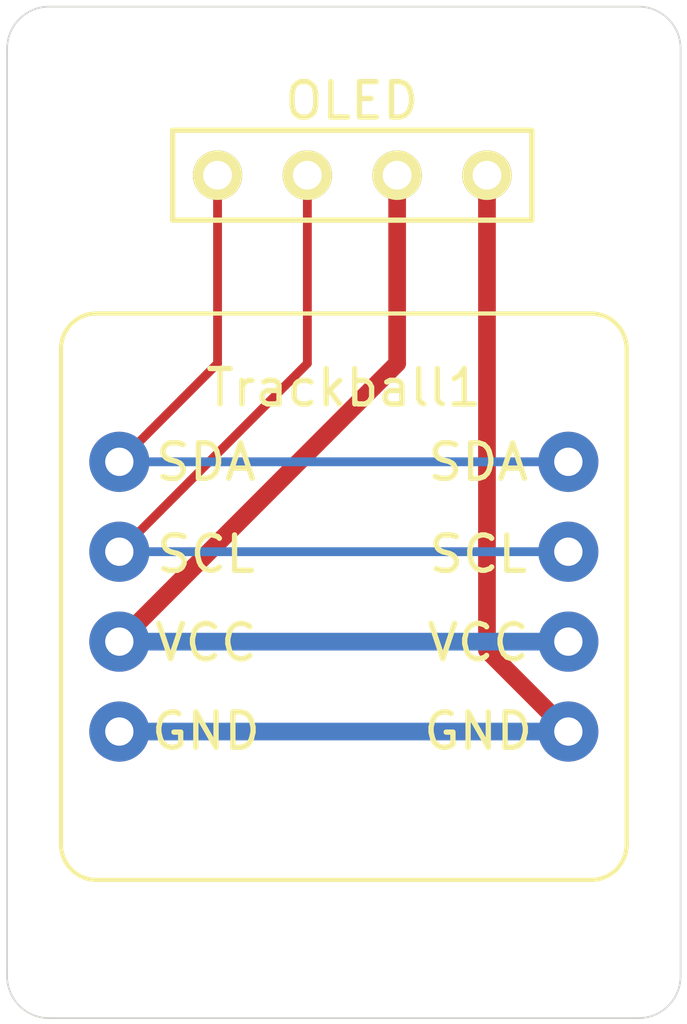
<source format=kicad_pcb>
(kicad_pcb (version 20240108) (generator "pcbnew") (generator_version "8.0")
  (layers (0 "F.Cu" signal) (31 "B.Cu" signal) (34 "B.Paste" user) (35 "F.Paste" user) (36 "B.SilkS" user "B.Silkscreen") (37 "F.SilkS" user "F.Silkscreen") (38 "B.Mask" user) (39 "F.Mask" user) (44 "Edge.Cuts" user))
  (net 0 "")
  (net 1 "VCC")
  (net 2 "SCL")
  (net 3 "GND")
  (net 4 "SDA")
  (footprint "kicad:AZ1UBALL" (layer "F.Cu") (at 30.9563 103.5844)
    (property "Reference" "Trackball1" (at 0 -5.9 180) (layer "F.SilkS"))
    (property "Value" "az1uball")
    (fp_line (start -8 7) (end -8 -7) (stroke (width 0.12)) (layer "F.SilkS"))
    (fp_line (start -7 -8) (end 7 -8) (stroke (width 0.12)) (layer "F.SilkS"))
    (fp_line (start 7 8) (end -7 8) (stroke (width 0.12)) (layer "F.SilkS"))
    (fp_line (start 8 -7) (end 8 7) (stroke (width 0.12)) (layer "F.SilkS"))
    (fp_arc (start -8 -7) (mid -7.707107 -7.707107) (end -7 -8) (stroke (width 0.12)) (layer "F.SilkS"))
    (fp_arc (start -7 8) (mid -7.707107 7.707107) (end -8 7) (stroke (width 0.12)) (layer "F.SilkS"))
    (fp_arc (start 7 -8) (mid 7.707107 -7.707107) (end 8 -7) (stroke (width 0.12)) (layer "F.SilkS"))
    (fp_arc (start 8 7) (mid 7.707107 7.707107) (end 7 8) (stroke (width 0.12)) (layer "F.SilkS"))
    (fp_text user "SCL" (at 3.8 -1.2 0) (layer "F.SilkS"))
    (fp_text user "VCC" (at 3.8 1.3 0) (layer "F.SilkS"))
    (fp_text user "SDA" (at 3.8 -3.8 0) (layer "F.SilkS"))
    (fp_text user "GND" (at -3.9 3.8 0) (layer "F.SilkS"))
    (fp_text user "SDA" (at -3.9 -3.8 0) (layer "F.SilkS"))
    (fp_text user "VCC" (at -3.9 1.3 0) (layer "F.SilkS"))
    (fp_text user "GND" (at 3.8 3.8 0) (layer "F.SilkS"))
    (fp_text user "SCL" (at -3.9 -1.2 0) (layer "F.SilkS"))
    (pad "1" thru_hole circle (at -6.35 -3.81) (size 1.7 1.7) (drill 0.8) (layers "*.Cu" "*.Mask") (net 4 "SDA"))
    (pad "1" thru_hole circle (at 6.35 -3.81) (size 1.7 1.7) (drill 0.8) (layers "*.Cu" "*.Mask") (net 4 "SDA"))
    (pad "2" thru_hole circle (at -6.35 -1.27) (size 1.7 1.7) (drill 0.8) (layers "*.Cu" "*.Mask") (net 2 "SCL"))
    (pad "2" thru_hole circle (at 6.35 -1.27) (size 1.7 1.7) (drill 0.8) (layers "*.Cu" "*.Mask") (net 2 "SCL"))
    (pad "3" thru_hole circle (at -6.35 1.27) (size 1.7 1.7) (drill 0.8) (layers "*.Cu" "*.Mask") (net 1 "VCC"))
    (pad "3" thru_hole circle (at 6.35 1.27) (size 1.7 1.7) (drill 0.8) (layers "*.Cu" "*.Mask") (net 1 "VCC"))
    (pad "4" thru_hole circle (at -6.35 3.81) (size 1.7 1.7) (drill 0.8) (layers "*.Cu" "*.Mask") (net 3 "GND"))
    (pad "4" thru_hole circle (at 6.35 3.81) (size 1.7 1.7) (drill 0.8) (layers "*.Cu" "*.Mask") (net 3 "GND"))
  )
  (footprint "kbd_Parts:OLED" (layer "F.Cu") (at 27.3844 91.678125)
    (property "Reference" "P1")
    (property "Value" "pointing" (hide yes))
    (fp_line (start -1.27 -1.27) (end 8.89 -1.27) (stroke (width 0.15)) (layer "F.SilkS"))
    (fp_line (start -1.27 1.27) (end -1.27 -1.27) (stroke (width 0.15)) (layer "F.SilkS"))
    (fp_line (start -1.27 1.27) (end 8.89 1.27) (stroke (width 0.15)) (layer "F.SilkS"))
    (fp_line (start 8.89 -1.27) (end 8.89 1.27) (stroke (width 0.15)) (layer "F.SilkS"))
    (fp_text user "OLED" (at 3.8 -2.1 0) (layer "F.SilkS"))
    (pad "1" thru_hole circle (at 0 0) (size 1.397 1.397) (drill 0.8128) (layers "*.Cu" "*.Mask" "F.SilkS") (net 4 "SDA"))
    (pad "2" thru_hole circle (at 2.54 0) (size 1.397 1.397) (drill 0.8128) (layers "*.Cu" "*.Mask" "F.SilkS") (net 2 "SCL"))
    (pad "3" thru_hole circle (at 5.08 0) (size 1.397 1.397) (drill 0.8128) (layers "*.Cu" "*.Mask" "F.SilkS") (net 1 "VCC"))
    (pad "4" thru_hole circle (at 7.62 0) (size 1.397 1.397) (drill 0.8128) (layers "*.Cu" "*.Mask" "F.SilkS") (net 3 "GND"))
  )
  (footprint "Rikkodo_FootPrint:rkd_Point_Hall" (layer "F.Cu") (at 30.9563 101.2031)
    (property "Reference" "M1" (hide yes))
    (property "Value" "Mark" (hide yes))
    (pad "" np_thru_hole circle (at -7.25 -12) (size 2.2 2.2) (drill 2.2) (layers "*.Cu" "*.Mask"))
    (pad "" np_thru_hole circle (at -7.25 12) (size 2.2 2.2) (drill 2.2) (layers "*.Cu" "*.Mask"))
    (pad "" np_thru_hole circle (at 7.25 -12) (size 2.2 2.2) (drill 2.2) (layers "*.Cu" "*.Mask"))
    (pad "" np_thru_hole circle (at 7.25 12) (size 2.2 2.2) (drill 2.2) (layers "*.Cu" "*.Mask"))
  )
  (gr_line (start 39.290625 115.490625) (end 22.621875 115.490625) (stroke (width 0.05)) (layer "Edge.Cuts"))
  (gr_arc (start 21.43125 88.10625) (mid 21.779976 87.264351) (end 22.621875 86.915625) (stroke (width 0.05)) (layer "Edge.Cuts"))
  (gr_line (start 22.621875 86.915625) (end 39.290625 86.915625) (stroke (width 0.05)) (layer "Edge.Cuts"))
  (gr_arc (start 40.48125 114.3) (mid 40.132524 115.141899) (end 39.290625 115.490625) (stroke (width 0.05)) (layer "Edge.Cuts"))
  (gr_arc (start 22.621875 115.490625) (mid 21.779976 115.141899) (end 21.43125 114.3) (stroke (width 0.05)) (layer "Edge.Cuts"))
  (gr_arc (start 39.290625 86.915625) (mid 40.132524 87.264351) (end 40.48125 88.10625) (stroke (width 0.05)) (layer "Edge.Cuts"))
  (gr_line (start 40.48125 88.10625) (end 40.48125 114.3) (stroke (width 0.05)) (layer "Edge.Cuts"))
  (gr_line (start 21.43125 114.3) (end 21.43125 88.10625) (stroke (width 0.05)) (layer "Edge.Cuts"))
  (segment (start 32.4644 91.678125) (end 32.4644 96.9963) (width 0.5) (layer "F.Cu") (net 1))
  (segment (start 32.4644 96.9963) (end 24.6063 104.8544) (width 0.5) (layer "F.Cu") (net 1))
  (segment (start 37.3063 104.8544) (end 24.6063 104.8544) (width 0.5) (layer "B.Cu") (net 1))
  (segment (start 29.9244 96.9963) (end 24.6063 102.3144) (width 0.25) (layer "F.Cu") (net 2))
  (segment (start 29.9244 91.678125) (end 29.9244 96.9963) (width 0.25) (layer "F.Cu") (net 2))
  (segment (start 37.3063 102.3144) (end 24.6063 102.3144) (width 0.25) (layer "B.Cu") (net 2))
  (segment (start 35.0044 105.0925) (end 37.3063 107.3944) (width 0.5) (layer "F.Cu") (net 3))
  (segment (start 35.0044 91.678125) (end 35.0044 105.0925) (width 0.5) (layer "F.Cu") (net 3))
  (segment (start 37.3063 107.3944) (end 24.6063 107.3944) (width 0.5) (layer "B.Cu") (net 3))
  (segment (start 27.3844 91.678125) (end 27.3844 96.9963) (width 0.25) (layer "F.Cu") (net 4))
  (segment (start 27.3844 96.9963) (end 24.6063 99.7744) (width 0.25) (layer "F.Cu") (net 4))
  (segment (start 37.3063 99.7744) (end 24.6063 99.7744) (width 0.25) (layer "B.Cu") (net 4))
)
</source>
